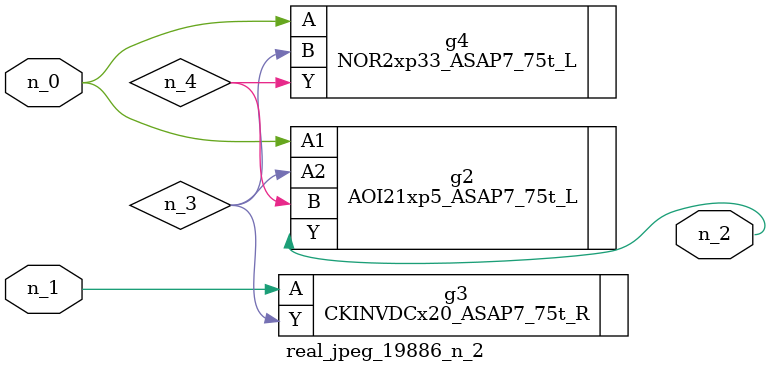
<source format=v>
module real_jpeg_19886_n_2 (n_1, n_0, n_2);

input n_1;
input n_0;

output n_2;

wire n_4;
wire n_3;

AOI21xp5_ASAP7_75t_L g2 ( 
.A1(n_0),
.A2(n_3),
.B(n_4),
.Y(n_2)
);

NOR2xp33_ASAP7_75t_L g4 ( 
.A(n_0),
.B(n_3),
.Y(n_4)
);

CKINVDCx20_ASAP7_75t_R g3 ( 
.A(n_1),
.Y(n_3)
);


endmodule
</source>
